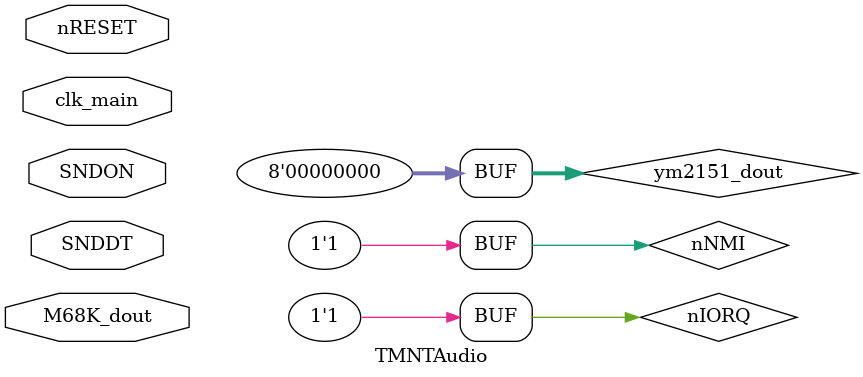
<source format=v>
module TMNTAudio (
	input clk_main,
	input nRESET,
	input SNDON,
	input [15:0] M68K_dout,
	input SNDDT
);

wire [15:0] Z80_addr;
reg [7:0] Z80_din;
wire [7:0] Z80_dout;

wire [7:0] Z80_rom_dout;
wire [7:0] Z80_ram_dout;

reg [18:0] theme_addr;
wire [15:0] theme_rom_dout;
wire [15:0] upd7759_addr;
wire [7:0] upd7759_rom_dout;

wire [15:0] k007232_addr;
wire [7:0] k007232_rom_dout;

reg [7:0] levels;
reg [7:0] U82;

reg [7:0] snd_code;
wire [7:0] ym2151_dout;

reg nINT;
reg SNDON_prev;
reg SNDDT_prev;

rom_sim #(8, 15, "C:/Users/furrtek/Documents/Arcade-TMNT_MiSTer/sim/rom_z80_8.txt") ROM_Z80(Z80_addr[14:0], Z80_rom_dout);			// 32k * 8
rom_sim #(16, 18, "C:/Users/furrtek/Documents/Arcade-TMNT_MiSTer/sim/rom_theme_16.txt") ROM_THEME(theme_addr[17:0], theme_rom_dout);		// 256k * 16
rom_sim #(8, 16, "C:/Users/furrtek/Documents/Arcade-TMNT_MiSTer/sim/rom_7759C_8.txt") ROM_7759(upd7759_addr, upd7759_rom_dout);		// 128k * 8
rom_sim #(8, 16, "C:/Users/furrtek/Documents/Arcade-TMNT_MiSTer/sim/rom_007232_8.txt") ROM_007232(k007232_addr, k007232_rom_dout);	// 128k * 8
ram_sim #(8, 11, "") RAM_Z80(Z80_addr[10:0], ~nWR & ~U82[0], Z80_dout, Z80_ram_dout);		// 2k * 8

assign nNMI = 1'b1;		// Hardwired
assign nIORQ = 1'b1;	// DEBUG

T80s cpu(
	.RESET_n(nRESET),
	.CLK(CLK_Z80),
	.CEN(1),
	.WAIT_n(nWAIT),
	.INT_n(nINT),
	.NMI_n(nNMI),
	.MREQ_n(nMREQ),
	.IORQ_n(nIORQ),
	.RD_n(nRD),
	.WR_n(nWR),
	.RFSH_n(nRFSH),
	.A(Z80_addr),
	.DI(Z80_din),
	.DO(Z80_dout)
);

always @(posedge clk_main) begin
	// Z80 IRQ
	if (~nRESET | ~nIORQ)
		nINT <= 1;	// Clear IRQ on any Z80 access
	else if ({SNDON_prev, SNDON} == 2'b01)
		nINT <= 0;	// Trigger IRQ on SNDON rising edge

	SNDON_prev <= SNDON;

	// Z80 comm reg
	if ({SNDDT_prev, SNDDT} == 2'b01)
		snd_code <= M68K_dout[7:0];	// Store data on SNDDT rising edge

	SNDDT_prev <= SNDDT;
end

reg [5:0] clk_640k_div;
reg theme_en;

// TMNT theme playback system
always @(posedge clk_main or negedge nRESET) begin
	if (!nRESET) begin
		clk_640k_div <= 6'd0;
		theme_en <= 0;
		theme_addr <= 19'd0;
	end else begin
		clk_640k_div <= clk_640k_div + 1'b1;
		// U119_Q: clk_640k_div[0];
		
		if (theme_en) begin
			theme_addr <= 19'd0;
		end else begin
			if ((clk_640k_div[4:0] == 5'd16) & !theme_addr[18])
				theme_addr <= theme_addr + 1'b1;
		end
	end
end

// Z80 has 32kB ROM at 0000~7FFF
// Z80_A[15:12] Zone
// 1000			work RAM	8000~8FFF (mirrored x2)
// 1001			SRES    	9000~9FFF
// 1010			Comm reg	A000~AFFF
// 1011			DACS    	B000~BFFF (007232)
// 1100			YM2151  	C000~CFFF
// 1101			VDIN    	D000~DFFF
// 1110			VST     	E000~EFFF
// 1111			BSY    	F000~FFFF
// Address decoding only enabled when Z80_RFSH is high !

// The 007232 SLEV ("Set Level") output is used to latch Z80_DOUT to set the analog output levels (4 bits per channel)

// On the real PCB, nothing prevents the Z80 from fighting against the sound code reg U84 if it decides to write to it
// Hopefully this never actually happens
always @(*) begin
	// Check Z80_nMREQ ?
	casez(Z80_addr[15:12])
		4'b0zzz: Z80_din <= Z80_rom_dout;
		4'b1000: Z80_din <= Z80_ram_dout;
		4'b1010: Z80_din <= snd_code;
		4'b1100: Z80_din <= ym2151_dout;
		default: Z80_din <= 8'bzzzz_zzzz;	// DEBUG
	endcase
end

k007232 K007232(
	.DB(Z80_dout),
	.AB({Z80_addr[3:1], ~Z80_addr[0]}),
	.RAM(PCM_ROM_D),
	.SA(PCM_ROM_A),
	.ASD(SAMPLE_A),
	.BSD(SAMPLE_B),
	.SLEV(SLEV),
	.CLK(CLK),
	.DACS(U82[3]),
	.NRES(nRESET),
	.NRD(1),
	.NRCS(1)
);

always @(posedge SLEV)
	levels <= Z80_dout;

always @(*) begin
	case ({Z80_addr[15], nMREQ, ~nRFSH, Z80_addr[14:12]})
		6'b100_000: U82 <= 8'b11111110;
		6'b100_001: U82 <= 8'b11111101;
		6'b100_010: U82 <= 8'b11111011;
		6'b100_011: U82 <= 8'b11110111;
		6'b100_100: U82 <= 8'b11101111;
		6'b100_101: U82 <= 8'b11011111;
		6'b100_110: U82 <= 8'b10111111;
		6'b100_111: U82 <= 8'b01111111;
		default: U82 <= 8'b11111111;
	endcase
end

/*YM2151 YM(
	.CLK(SNDCLK),
	.IC(nRESET),
	.A0(Z80_addr[0]),
	.DIN(Z80_dout),
	.DOUT(ym2151_dout),
	.nWR(nWR),
	.nRD(nRD),
	.nCS(U82[4])
);*/
assign ym2151_dout = 8'd0;

endmodule

</source>
